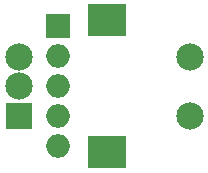
<source format=gbs>
G04 #@! TF.GenerationSoftware,KiCad,Pcbnew,(5.1.5)-3*
G04 #@! TF.CreationDate,2020-09-13T15:21:19-04:00*
G04 #@! TF.ProjectId,RotaryEnc,526f7461-7279-4456-9e63-2e6b69636164,X1*
G04 #@! TF.SameCoordinates,Original*
G04 #@! TF.FileFunction,Soldermask,Bot*
G04 #@! TF.FilePolarity,Negative*
%FSLAX46Y46*%
G04 Gerber Fmt 4.6, Leading zero omitted, Abs format (unit mm)*
G04 Created by KiCad (PCBNEW (5.1.5)-3) date 2020-09-13 15:21:19*
%MOMM*%
%LPD*%
G04 APERTURE LIST*
%ADD10R,2.004800X2.004800*%
%ADD11O,2.004800X2.004800*%
%ADD12C,2.304800*%
%ADD13R,3.304800X2.804800*%
%ADD14R,2.304800X2.304800*%
G04 APERTURE END LIST*
D10*
X19558000Y-16764000D03*
D11*
X19558000Y-19304000D03*
X19558000Y-21844000D03*
X19558000Y-24384000D03*
X19558000Y-26924000D03*
D12*
X30756000Y-19384000D03*
X30756000Y-24384000D03*
D13*
X23756000Y-16284000D03*
X23756000Y-27484000D03*
D12*
X16256000Y-19384000D03*
X16256000Y-21884000D03*
D14*
X16256000Y-24384000D03*
M02*

</source>
